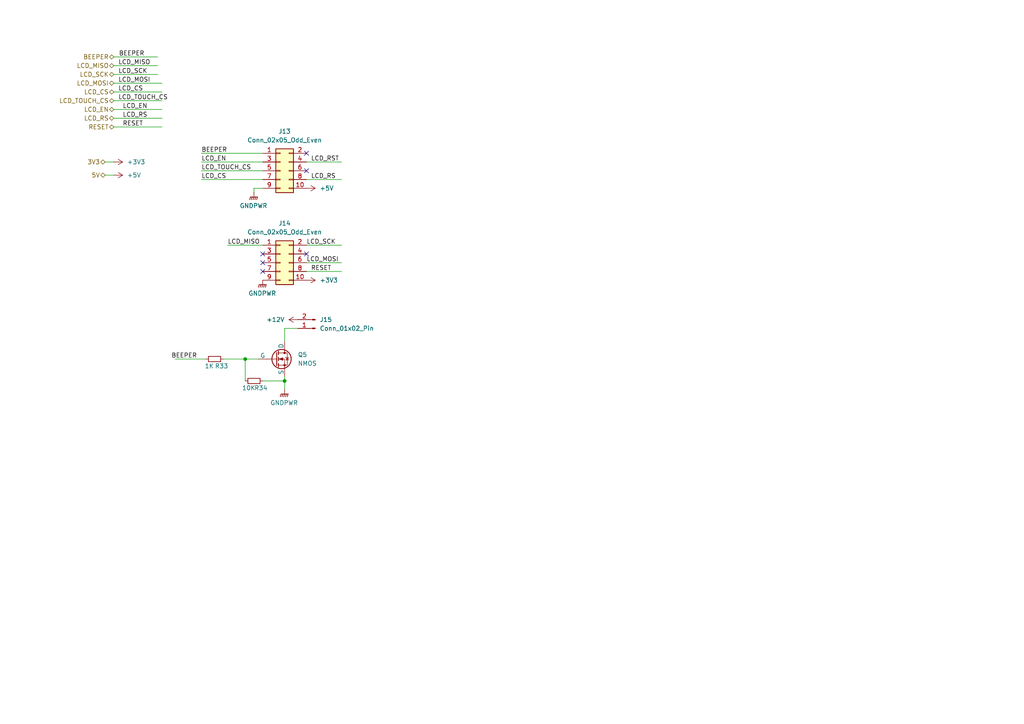
<source format=kicad_sch>
(kicad_sch (version 20231120) (generator "eeschema") (generator_version "8.0")
  (paper "A4")
  (lib_symbols
    (symbol "Connector:Conn_01x02_Pin" (pin_names (offset 1.016) hide)
      (property "Reference" "J" (at 0 2.54 0))
      (property "Value" "Conn_01x02_Pin" (at 0 -5.08 0))
      (symbol "Conn_01x02_Pin_1_1"
        (polyline (pts (xy 1.27 -2.54) (xy 0.8636 -2.54)) (stroke (width 0.1524)))
        (polyline (pts (xy 1.27 0) (xy 0.8636 0)) (stroke (width 0.1524)))
        (rectangle (start 0.8636 -2.413) (end 0 -2.667) (stroke (width 0.1524)) (fill (type outline)))
        (rectangle (start 0.8636 0.127) (end 0 -0.127) (stroke (width 0.1524)) (fill (type outline)))
        (pin passive line (at 5.08 0 180) (length 3.81) (name "Pin_1") (number "1"))
        (pin passive line (at 5.08 -2.54 180) (length 3.81) (name "Pin_2") (number "2"))
      )
    )
    (symbol "Connector_Generic:Conn_02x05_Odd_Even" (pin_names (offset 1.016) hide)
      (property "Reference" "J" (at 1.27 7.62 0))
      (property "Value" "Conn_02x05_Odd_Even" (at 1.27 -7.62 0))
      (symbol "Conn_02x05_Odd_Even_1_1"
        (rectangle (start -1.27 -4.953) (end 0 -5.207) (stroke (width 0.1524)))
        (rectangle (start -1.27 -2.413) (end 0 -2.667) (stroke (width 0.1524)))
        (rectangle (start -1.27 0.127) (end 0 -0.127) (stroke (width 0.1524)))
        (rectangle (start -1.27 2.667) (end 0 2.413) (stroke (width 0.1524)))
        (rectangle (start -1.27 5.207) (end 0 4.953) (stroke (width 0.1524)))
        (rectangle (start -1.27 6.35) (end 3.81 -6.35) (stroke (width 0.254)) (fill (type background)))
        (rectangle (start 3.81 -4.953) (end 2.54 -5.207) (stroke (width 0.1524)))
        (rectangle (start 3.81 -2.413) (end 2.54 -2.667) (stroke (width 0.1524)))
        (rectangle (start 3.81 0.127) (end 2.54 -0.127) (stroke (width 0.1524)))
        (rectangle (start 3.81 2.667) (end 2.54 2.413) (stroke (width 0.1524)))
        (rectangle (start 3.81 5.207) (end 2.54 4.953) (stroke (width 0.1524)))
        (pin passive line (at -5.08 5.08 0) (length 3.81) (name "Pin_1") (number "1"))
        (pin passive line (at 7.62 -5.08 180) (length 3.81) (name "Pin_10") (number "10"))
        (pin passive line (at 7.62 5.08 180) (length 3.81) (name "Pin_2") (number "2"))
        (pin passive line (at -5.08 2.54 0) (length 3.81) (name "Pin_3") (number "3"))
        (pin passive line (at 7.62 2.54 180) (length 3.81) (name "Pin_4") (number "4"))
        (pin passive line (at -5.08 0 0) (length 3.81) (name "Pin_5") (number "5"))
        (pin passive line (at 7.62 0 180) (length 3.81) (name "Pin_6") (number "6"))
        (pin passive line (at -5.08 -2.54 0) (length 3.81) (name "Pin_7") (number "7"))
        (pin passive line (at 7.62 -2.54 180) (length 3.81) (name "Pin_8") (number "8"))
        (pin passive line (at -5.08 -5.08 0) (length 3.81) (name "Pin_9") (number "9"))
      )
    )
    (symbol "Device:R_Small" (pin_numbers hide) (pin_names (offset 0.254) hide)
      (property "Reference" "R" (at 0.762 0.508 0))
      (property "Value" "R_Small" (at 0.762 -1.016 0))
      (symbol "R_Small_0_1"
        (rectangle (start -0.762 1.778) (end 0.762 -1.778) (stroke (width 0.2032)))
      )
      (symbol "R_Small_1_1"
        (pin passive line (at 0 2.54 270) (length 0.762) (name "~") (number "1"))
        (pin passive line (at 0 -2.54 90) (length 0.762) (name "~") (number "2"))
      )
    )
    (symbol "Simulation_SPICE:NMOS" (pin_numbers hide) (pin_names (offset 0))
      (property "Reference" "Q" (at 5.08 1.27 0))
      (property "Value" "NMOS" (at 5.08 -1.27 0))
      (symbol "NMOS_0_1"
        (polyline (pts (xy 0.254 0) (xy -2.54 0)))
        (polyline (pts (xy 0.254 1.905) (xy 0.254 -1.905)) (stroke (width 0.254)))
        (polyline (pts (xy 0.762 -1.27) (xy 0.762 -2.286)) (stroke (width 0.254)))
        (polyline (pts (xy 0.762 0.508) (xy 0.762 -0.508)) (stroke (width 0.254)))
        (polyline (pts (xy 0.762 2.286) (xy 0.762 1.27)) (stroke (width 0.254)))
        (polyline (pts (xy 2.54 2.54) (xy 2.54 1.778)))
        (polyline (pts (xy 2.54 -2.54) (xy 2.54 0) (xy 0.762 0)))
        (polyline (pts (xy 0.762 -1.778) (xy 3.302 -1.778) (xy 3.302 1.778) (xy 0.762 1.778)))
        (polyline (pts (xy 1.016 0) (xy 2.032 0.381) (xy 2.032 -0.381) (xy 1.016 0)) (fill (type outline)))
        (polyline (pts (xy 2.794 0.508) (xy 2.921 0.381) (xy 3.683 0.381) (xy 3.81 0.254)))
        (polyline (pts (xy 3.302 0.381) (xy 2.921 -0.254) (xy 3.683 -0.254) (xy 3.302 0.381)))
        (circle (center 1.651 0) (radius 2.794) (stroke (width 0.254)))
        (circle (center 2.54 -1.778) (radius 0.254) (fill (type outline)))
        (circle (center 2.54 1.778) (radius 0.254) (fill (type outline)))
      )
      (symbol "NMOS_1_1"
        (pin passive line (at 2.54 5.08 270) (length 2.54) (name "D") (number "1"))
        (pin input line (at -5.08 0 0) (length 2.54) (name "G") (number "2"))
        (pin passive line (at 2.54 -5.08 90) (length 2.54) (name "S") (number "3"))
      )
    )
    (symbol "power:+12V" (power) (pin_numbers hide) (pin_names (offset 0) hide)
      (property "Value" "+12V" (at 0 3.556 0))
      (symbol "+12V_0_1"
        (polyline (pts (xy -0.762 1.27) (xy 0 2.54)))
        (polyline (pts (xy 0 0) (xy 0 2.54)))
        (polyline (pts (xy 0 2.54) (xy 0.762 1.27)))
      )
      (symbol "+12V_1_1"
        (pin power_in line (at 0 0 90) (length 0) (name "~") (number "1"))
      )
    )
    (symbol "power:+3V3" (power) (pin_numbers hide) (pin_names (offset 0) hide)
      (property "Value" "+3V3" (at 0 3.556 0))
      (symbol "+3V3_0_1"
        (polyline (pts (xy -0.762 1.27) (xy 0 2.54)))
        (polyline (pts (xy 0 0) (xy 0 2.54)))
        (polyline (pts (xy 0 2.54) (xy 0.762 1.27)))
      )
      (symbol "+3V3_1_1"
        (pin power_in line (at 0 0 90) (length 0) (name "~") (number "1"))
      )
    )
    (symbol "power:+5V" (power) (pin_numbers hide) (pin_names (offset 0) hide)
      (property "Value" "+5V" (at 0 3.556 0))
      (symbol "+5V_0_1"
        (polyline (pts (xy -0.762 1.27) (xy 0 2.54)))
        (polyline (pts (xy 0 0) (xy 0 2.54)))
        (polyline (pts (xy 0 2.54) (xy 0.762 1.27)))
      )
      (symbol "+5V_1_1"
        (pin power_in line (at 0 0 90) (length 0) (name "~") (number "1"))
      )
    )
    (symbol "power:GNDPWR" (power) (pin_numbers hide) (pin_names (offset 0) hide)
      (property "Value" "GNDPWR" (at 0 -3.302 0))
      (symbol "GNDPWR_0_1"
        (polyline (pts (xy 0 -1.27) (xy 0 0)))
        (polyline (pts (xy -1.016 -1.27) (xy -1.27 -2.032) (xy -1.27 -2.032)) (stroke (width 0.2032)))
        (polyline (pts (xy -0.508 -1.27) (xy -0.762 -2.032) (xy -0.762 -2.032)) (stroke (width 0.2032)))
        (polyline (pts (xy 0 -1.27) (xy -0.254 -2.032) (xy -0.254 -2.032)) (stroke (width 0.2032)))
        (polyline (pts (xy 0.508 -1.27) (xy 0.254 -2.032) (xy 0.254 -2.032)) (stroke (width 0.2032)))
        (polyline (pts (xy 1.016 -1.27) (xy -1.016 -1.27) (xy -1.016 -1.27)) (stroke (width 0.2032)))
        (polyline (pts (xy 1.016 -1.27) (xy 0.762 -2.032) (xy 0.762 -2.032) (xy 0.762 -2.032)) (stroke (width 0.2032)))
      )
      (symbol "GNDPWR_1_1"
        (pin power_in line (at 0 0 270) (length 0) (name "~") (number "1"))
      )
    )
  )
  (junction (at 71.12 104.14))
  (junction (at 82.55 110.49))
  (no_connect (at 76.2 73.66))
  (no_connect (at 76.2 76.2))
  (no_connect (at 88.9 73.66))
  (no_connect (at 88.9 49.53))
  (no_connect (at 88.9 44.45))
  (no_connect (at 76.2 78.74))
  (wire (pts (xy 71.12 104.14) (xy 74.93 104.14)))
  (wire (pts (xy 58.42 44.45) (xy 76.2 44.45)))
  (wire (pts (xy 82.55 99.06) (xy 82.55 95.25)))
  (wire (pts (xy 88.9 52.07) (xy 99.06 52.07)))
  (wire (pts (xy 82.55 113.03) (xy 82.55 110.49)))
  (wire (pts (xy 33.02 24.13) (xy 46.99 24.13)))
  (wire (pts (xy 33.02 29.21) (xy 46.99 29.21)))
  (wire (pts (xy 58.42 49.53) (xy 76.2 49.53)))
  (wire (pts (xy 58.42 46.99) (xy 76.2 46.99)))
  (wire (pts (xy 64.77 104.14) (xy 71.12 104.14)))
  (wire (pts (xy 73.66 54.61) (xy 73.66 55.88)))
  (wire (pts (xy 46.99 36.83) (xy 33.02 36.83)))
  (wire (pts (xy 76.2 110.49) (xy 82.55 110.49)))
  (wire (pts (xy 82.55 110.49) (xy 82.55 109.22)))
  (wire (pts (xy 71.12 104.14) (xy 71.12 110.49)))
  (wire (pts (xy 66.04 71.12) (xy 76.2 71.12)))
  (wire (pts (xy 88.9 78.74) (xy 99.06 78.74)))
  (wire (pts (xy 88.9 46.99) (xy 99.06 46.99)))
  (wire (pts (xy 30.48 46.99) (xy 33.02 46.99)))
  (wire (pts (xy 30.48 50.8) (xy 33.02 50.8)))
  (wire (pts (xy 88.9 76.2) (xy 99.06 76.2)))
  (wire (pts (xy 45.72 19.05) (xy 33.02 19.05)))
  (wire (pts (xy 88.9 71.12) (xy 99.06 71.12)))
  (wire (pts (xy 33.02 16.51) (xy 45.72 16.51)))
  (wire (pts (xy 76.2 54.61) (xy 73.66 54.61)))
  (wire (pts (xy 33.02 31.75) (xy 46.99 31.75)))
  (wire (pts (xy 33.02 34.29) (xy 46.99 34.29)))
  (wire (pts (xy 45.72 21.59) (xy 33.02 21.59)))
  (wire (pts (xy 50.8 104.14) (xy 59.69 104.14)))
  (wire (pts (xy 82.55 95.25) (xy 86.36 95.25)))
  (wire (pts (xy 58.42 52.07) (xy 76.2 52.07)))
  (wire (pts (xy 33.02 26.67) (xy 46.99 26.67)))
  (label "LCD_EN" (at 58.42 46.99 0))
  (label "LCD_SCK" (at 88.9 71.12 0))
  (label "LCD_TOUCH_CS" (at 34.29 29.21 0))
  (label "LCD_MISO" (at 34.29 19.05 0))
  (label "LCD_RS" (at 90.17 52.07 0))
  (label "LCD_RS" (at 35.56 34.29 0))
  (label "RESET" (at 90.17 78.74 0))
  (label "LCD_TOUCH_CS" (at 58.42 49.53 0))
  (label "BEEPER" (at 58.42 44.45 0))
  (label "LCD_MISO" (at 66.04 71.12 0))
  (label "LCD_CS" (at 34.29 26.67 0))
  (label "BEEPER" (at 41.91 16.51 180))
  (label "LCD_SCK" (at 34.29 21.59 0))
  (label "BEEPER" (at 57.15 104.14 180))
  (label "LCD_MOSI" (at 88.9 76.2 0))
  (label "LCD_MOSI" (at 34.29 24.13 0))
  (label "LCD_CS" (at 58.42 52.07 0))
  (label "LCD_RST" (at 90.17 46.99 0))
  (label "RESET" (at 35.56 36.83 0))
  (label "LCD_EN" (at 35.56 31.75 0))
  (hierarchical_label "LCD_MISO" (shape bidirectional) (at 33.02 19.05 180))
  (hierarchical_label "LCD_EN" (shape bidirectional) (at 33.02 31.75 180))
  (hierarchical_label "LCD_SCK" (shape bidirectional) (at 33.02 21.59 180))
  (hierarchical_label "LCD_TOUCH_CS" (shape bidirectional) (at 33.02 29.21 180))
  (hierarchical_label "BEEPER" (shape bidirectional) (at 33.02 16.51 180))
  (hierarchical_label "5V" (shape bidirectional) (at 30.48 50.8 180))
  (hierarchical_label "LCD_RS" (shape bidirectional) (at 33.02 34.29 180))
  (hierarchical_label "LCD_CS" (shape bidirectional) (at 33.02 26.67 180))
  (hierarchical_label "LCD_MOSI" (shape bidirectional) (at 33.02 24.13 180))
  (hierarchical_label "RESET" (shape bidirectional) (at 33.02 36.83 180))
  (hierarchical_label "3V3" (shape bidirectional) (at 30.48 46.99 180))
  (symbol (lib_id "Connector_Generic:Conn_02x05_Odd_Even") (at 81.28 76.2 0) (unit 1)
    (property "Reference" "J14" (at 82.55 64.77 0))
    (property "Value" "Conn_02x05_Odd_Even" (at 82.55 67.31 0))
    (property "Description" "Generic connector, double row, 02x05, odd/even pin numbering scheme (row 1 odd numbers, row 2 even numbers), script generated (kicad-library-utils/schlib/autogen/connector/)" (effects (hide yes)))
  )
  (symbol (lib_id "power:+5V") (at 33.02 50.8 270) (unit 1)
    (property "Reference" "#PWR0102" (effects (hide yes)))
    (property "Value" "+5V" (at 36.83 50.7999 90) (effects (justify left)))
    (property "Description" "Power symbol creates a global label with name \"+5V\"" (effects (hide yes)))
  )
  (symbol (lib_id "power:+5V") (at 88.9 54.61 270) (unit 1)
    (property "Reference" "#PWR0104" (effects (hide yes)))
    (property "Value" "+5V" (at 92.71 54.6099 90) (effects (justify left)))
    (property "Description" "Power symbol creates a global label with name \"+5V\"" (effects (hide yes)))
  )
  (symbol (lib_id "Device:R_Small") (at 73.66 110.49 90) (unit 1)
    (property "Reference" "R34" (at 75.692 112.522 90))
    (property "Value" "10K" (at 72.136 112.522 90))
    (property "Description" "Resistor, small symbol" (effects (hide yes)))
  )
  (symbol (lib_id "power:+12V") (at 86.36 92.71 90) (unit 1)
    (property "Reference" "#PWR0107" (effects (hide yes)))
    (property "Value" "+12V" (at 82.55 92.7099 90) (effects (justify left)))
    (property "Description" "Power symbol creates a global label with name \"+12V\"" (effects (hide yes)))
  )
  (symbol (lib_id "power:GNDPWR") (at 76.2 81.28 0) (unit 1)
    (property "Reference" "#PWR0106" (effects (hide yes)))
    (property "Value" "GNDPWR" (at 76.073 85.09 0))
    (property "Description" "Power symbol creates a global label with name \"GNDPWR\" , global ground" (effects (hide yes)))
  )
  (symbol (lib_id "Simulation_SPICE:NMOS") (at 80.01 104.14 0) (unit 1)
    (property "Reference" "Q5" (at 86.36 102.8699 0) (effects (justify left)))
    (property "Value" "NMOS" (at 86.36 105.4099 0) (effects (justify left)))
    (property "Datasheet" "https://ngspice.sourceforge.io/docs/ngspice-html-manual/manual.xhtml#cha_MOSFETs" (effects (hide yes)))
    (property "Description" "N-MOSFET transistor, drain/source/gate" (effects (hide yes)))
    (property "Sim.Device" "NMOS" (effects (hide yes)))
    (property "Sim.Type" "VDMOS" (effects (hide yes)))
    (property "Sim.Pins" "1=D 2=G 3=S" (effects (hide yes)))
  )
  (symbol (lib_id "power:GNDPWR") (at 82.55 113.03 0) (unit 1)
    (property "Reference" "#PWR0108" (effects (hide yes)))
    (property "Value" "GNDPWR" (at 82.423 116.84 0))
    (property "Description" "Power symbol creates a global label with name \"GNDPWR\" , global ground" (effects (hide yes)))
  )
  (symbol (lib_id "power:GNDPWR") (at 73.66 55.88 0) (unit 1)
    (property "Reference" "#PWR0103" (effects (hide yes)))
    (property "Value" "GNDPWR" (at 73.533 59.69 0))
    (property "Description" "Power symbol creates a global label with name \"GNDPWR\" , global ground" (effects (hide yes)))
  )
  (symbol (lib_id "power:+3V3") (at 33.02 46.99 270) (unit 1)
    (property "Reference" "#PWR0101" (effects (hide yes)))
    (property "Value" "+3V3" (at 36.83 46.9899 90) (effects (justify left)))
    (property "Description" "Power symbol creates a global label with name \"+3V3\"" (effects (hide yes)))
  )
  (symbol (lib_id "Connector:Conn_01x02_Pin") (at 91.44 95.25 180) (unit 1)
    (property "Reference" "J15" (at 92.71 92.7099 0) (effects (justify right)))
    (property "Value" "Conn_01x02_Pin" (at 92.71 95.2499 0) (effects (justify right)))
    (property "Description" "Generic connector, single row, 01x02, script generated" (effects (hide yes)))
  )
  (symbol (lib_id "Device:R_Small") (at 62.23 104.14 90) (unit 1)
    (property "Reference" "R33" (at 64.262 106.172 90))
    (property "Value" "1K" (at 60.706 106.172 90))
    (property "Description" "Resistor, small symbol" (effects (hide yes)))
  )
  (symbol (lib_id "power:+3V3") (at 88.9 81.28 270) (unit 1)
    (property "Reference" "#PWR0105" (effects (hide yes)))
    (property "Value" "+3V3" (at 92.71 81.2799 90) (effects (justify left)))
    (property "Description" "Power symbol creates a global label with name \"+3V3\"" (effects (hide yes)))
  )
  (symbol (lib_id "Connector_Generic:Conn_02x05_Odd_Even") (at 81.28 49.53 0) (unit 1)
    (property "Reference" "J13" (at 82.55 38.1 0))
    (property "Value" "Conn_02x05_Odd_Even" (at 82.55 40.64 0))
    (property "Description" "Generic connector, double row, 02x05, odd/even pin numbering scheme (row 1 odd numbers, row 2 even numbers), script generated (kicad-library-utils/schlib/autogen/connector/)" (effects (hide yes)))
  )
)
</source>
